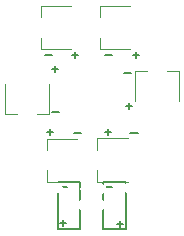
<source format=gbr>
%TF.GenerationSoftware,KiCad,Pcbnew,(6.0.4)*%
%TF.CreationDate,2022-08-13T18:46:34+03:00*%
%TF.ProjectId,Head_001,48656164-5f30-4303-912e-6b696361645f,rev?*%
%TF.SameCoordinates,Original*%
%TF.FileFunction,Legend,Top*%
%TF.FilePolarity,Positive*%
%FSLAX46Y46*%
G04 Gerber Fmt 4.6, Leading zero omitted, Abs format (unit mm)*
G04 Created by KiCad (PCBNEW (6.0.4)) date 2022-08-13 18:46:34*
%MOMM*%
%LPD*%
G01*
G04 APERTURE LIST*
%ADD10C,0.150000*%
%ADD11C,0.120000*%
%ADD12R,0.500000X3.300000*%
%ADD13R,1.300000X3.300000*%
%ADD14R,3.300000X0.500000*%
%ADD15R,3.300000X1.300000*%
%ADD16C,1.350000*%
%ADD17C,0.900000*%
%ADD18C,0.800000*%
G04 APERTURE END LIST*
D10*
X99136200Y-80848200D02*
X99136200Y-80340200D01*
X99999800Y-72974200D02*
X100609400Y-72974200D01*
X102443600Y-77063600D02*
X104394000Y-77063600D01*
X104394000Y-77063600D02*
X104394000Y-81107800D01*
X104394000Y-81107800D02*
X102443600Y-81107800D01*
X102443600Y-81107800D02*
X102443600Y-77063600D01*
X105257600Y-66598800D02*
X105257600Y-66090800D01*
X98171000Y-67538600D02*
X98679000Y-67538600D01*
X104419400Y-70612000D02*
X104927400Y-70612000D01*
X98643600Y-77114400D02*
X100533200Y-77114400D01*
X100533200Y-77114400D02*
X100533200Y-81107800D01*
X100533200Y-81107800D02*
X98643600Y-81107800D01*
X98643600Y-81107800D02*
X98643600Y-77114400D01*
X102870000Y-73101200D02*
X102870000Y-72593200D01*
X102666800Y-66319400D02*
X103276400Y-66319400D01*
X104800400Y-72898000D02*
X105410000Y-72898000D01*
X98425000Y-67792600D02*
X98425000Y-67284600D01*
X102616000Y-72847200D02*
X103124000Y-72847200D01*
X103911400Y-80899000D02*
X103911400Y-80391000D01*
X104267000Y-67894200D02*
X104876600Y-67894200D01*
X98171000Y-71120000D02*
X98780600Y-71120000D01*
X97561400Y-66344800D02*
X98171000Y-66344800D01*
X98831400Y-77520800D02*
X99441000Y-77520800D01*
X98882200Y-80594200D02*
X99390200Y-80594200D01*
X105003600Y-66344800D02*
X105511600Y-66344800D01*
X104673400Y-70866000D02*
X104673400Y-70358000D01*
X97764600Y-72872600D02*
X98272600Y-72872600D01*
X98018600Y-73126600D02*
X98018600Y-72618600D01*
X103657400Y-80645000D02*
X104165400Y-80645000D01*
X100101400Y-66598800D02*
X100101400Y-66090800D01*
X102641400Y-77495400D02*
X103251000Y-77495400D01*
X99847400Y-66344800D02*
X100355400Y-66344800D01*
D11*
%TO.C,D3*%
X97193600Y-65857800D02*
X97193600Y-64857800D01*
X97193600Y-62157800D02*
X97193600Y-63157800D01*
X99793600Y-65857800D02*
X97193600Y-65857800D01*
X99793600Y-62157800D02*
X97193600Y-62157800D01*
%TO.C,D8*%
X108893600Y-67657800D02*
X107893600Y-67657800D01*
X108893600Y-70257800D02*
X108893600Y-67657800D01*
X105193600Y-70257800D02*
X105193600Y-67657800D01*
X105193600Y-67657800D02*
X106193600Y-67657800D01*
%TO.C,D5*%
X104793600Y-65857800D02*
X102193600Y-65857800D01*
X104793600Y-62157800D02*
X102193600Y-62157800D01*
X102193600Y-62157800D02*
X102193600Y-63157800D01*
X102193600Y-65857800D02*
X102193600Y-64857800D01*
%TO.C,D1*%
X97893600Y-71357800D02*
X96893600Y-71357800D01*
X97893600Y-68757800D02*
X97893600Y-71357800D01*
X94193600Y-71357800D02*
X95193600Y-71357800D01*
X94193600Y-68757800D02*
X94193600Y-71357800D01*
%TO.C,D2*%
X100321400Y-73413800D02*
X97721400Y-73413800D01*
X97721400Y-77113800D02*
X97721400Y-76113800D01*
X100321400Y-77113800D02*
X97721400Y-77113800D01*
X97721400Y-73413800D02*
X97721400Y-74413800D01*
%TO.C,D4*%
X104588600Y-77063000D02*
X101988600Y-77063000D01*
X101988600Y-77063000D02*
X101988600Y-76063000D01*
X101988600Y-73363000D02*
X101988600Y-74363000D01*
X104588600Y-73363000D02*
X101988600Y-73363000D01*
%TD*%
%LPC*%
D12*
%TO.C,D3*%
X97643600Y-64007800D03*
X100443600Y-64007800D03*
D13*
X99043600Y-64007800D03*
%TD*%
D14*
%TO.C,D8*%
X107043600Y-68107800D03*
X107043600Y-70907800D03*
D15*
X107043600Y-69507800D03*
%TD*%
D16*
%TO.C,U2*%
X101543600Y-81107800D03*
%TD*%
D17*
%TO.C,D9*%
X99643600Y-79757800D03*
%TD*%
%TO.C,D7*%
X103443600Y-79757800D03*
%TD*%
D12*
%TO.C,D5*%
X102643600Y-64007800D03*
X105443600Y-64007800D03*
D13*
X104043600Y-64007800D03*
%TD*%
D14*
%TO.C,D1*%
X96043600Y-70907800D03*
X96043600Y-68107800D03*
D15*
X96043600Y-69507800D03*
%TD*%
D12*
%TO.C,D2*%
X98171400Y-75263800D03*
X100971400Y-75263800D03*
D13*
X99571400Y-75263800D03*
%TD*%
D17*
%TO.C,D6*%
X103443600Y-78257800D03*
%TD*%
D12*
%TO.C,D4*%
X102438600Y-75213000D03*
X105238600Y-75213000D03*
D13*
X103838600Y-75213000D03*
%TD*%
D17*
%TO.C,D10*%
X99643600Y-78257800D03*
%TD*%
D16*
%TO.C,U1*%
X101543600Y-71807800D03*
%TD*%
D18*
X104626000Y-83188600D03*
X98428400Y-83214000D03*
X105388000Y-79404000D03*
X104495600Y-77571600D03*
X95758000Y-77546200D03*
X108969400Y-59820600D03*
X100990400Y-77673200D03*
X100660200Y-79070200D03*
X94640400Y-66802000D03*
X94970600Y-75234800D03*
X103102000Y-67389800D03*
X107950000Y-64058800D03*
X97282000Y-67005200D03*
X99546000Y-67466000D03*
X105689400Y-72085200D03*
X94085000Y-59973000D03*
X107086400Y-75539600D03*
X108204000Y-69494400D03*
X93954600Y-73660000D03*
X94919800Y-69494400D03*
X104803800Y-59846000D03*
X103835200Y-74193400D03*
X99060000Y-65049400D03*
X97307400Y-72136000D03*
X99034600Y-62966600D03*
X106299000Y-73939400D03*
X106629200Y-63017400D03*
X108686600Y-66319400D03*
X97129600Y-69494400D03*
X94996000Y-72136000D03*
X99568000Y-74244200D03*
X97514000Y-59871400D03*
X104063800Y-65074800D03*
X109274200Y-72469800D03*
X104521000Y-68554600D03*
X97256600Y-76276200D03*
X97615600Y-79429400D03*
X106857800Y-77952600D03*
X109147200Y-78642000D03*
X103835200Y-76250800D03*
X102438200Y-77647800D03*
X105841800Y-66979800D03*
X98653600Y-77622400D03*
X99419000Y-70691800D03*
X99568000Y-76301600D03*
X104038400Y-62915800D03*
X96367600Y-63373000D03*
X95173800Y-64871600D03*
X102438200Y-79070200D03*
X93958000Y-78261000D03*
X98577400Y-68529200D03*
X105892600Y-69494400D03*
X103508400Y-70768000D03*
X97183800Y-75238400D03*
X107039000Y-71860200D03*
M02*

</source>
